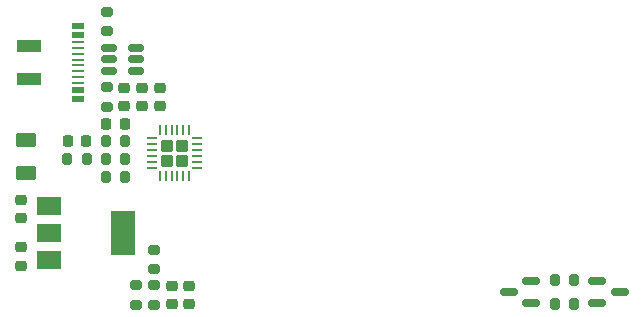
<source format=gbr>
%TF.GenerationSoftware,KiCad,Pcbnew,6.0.1-79c1e3a40b~116~ubuntu20.04.1*%
%TF.CreationDate,2022-02-14T03:59:37+01:00*%
%TF.ProjectId,USB-to-UART-Bridge,5553422d-746f-42d5-9541-52542d427269,rev?*%
%TF.SameCoordinates,Original*%
%TF.FileFunction,Paste,Top*%
%TF.FilePolarity,Positive*%
%FSLAX46Y46*%
G04 Gerber Fmt 4.6, Leading zero omitted, Abs format (unit mm)*
G04 Created by KiCad (PCBNEW 6.0.1-79c1e3a40b~116~ubuntu20.04.1) date 2022-02-14 03:59:37*
%MOMM*%
%LPD*%
G01*
G04 APERTURE LIST*
G04 Aperture macros list*
%AMRoundRect*
0 Rectangle with rounded corners*
0 $1 Rounding radius*
0 $2 $3 $4 $5 $6 $7 $8 $9 X,Y pos of 4 corners*
0 Add a 4 corners polygon primitive as box body*
4,1,4,$2,$3,$4,$5,$6,$7,$8,$9,$2,$3,0*
0 Add four circle primitives for the rounded corners*
1,1,$1+$1,$2,$3*
1,1,$1+$1,$4,$5*
1,1,$1+$1,$6,$7*
1,1,$1+$1,$8,$9*
0 Add four rect primitives between the rounded corners*
20,1,$1+$1,$2,$3,$4,$5,0*
20,1,$1+$1,$4,$5,$6,$7,0*
20,1,$1+$1,$6,$7,$8,$9,0*
20,1,$1+$1,$8,$9,$2,$3,0*%
G04 Aperture macros list end*
%ADD10RoundRect,0.150000X-0.587500X-0.150000X0.587500X-0.150000X0.587500X0.150000X-0.587500X0.150000X0*%
%ADD11R,2.000000X1.500000*%
%ADD12R,2.000000X3.800000*%
%ADD13RoundRect,0.200000X-0.275000X0.200000X-0.275000X-0.200000X0.275000X-0.200000X0.275000X0.200000X0*%
%ADD14RoundRect,0.218750X-0.256250X0.218750X-0.256250X-0.218750X0.256250X-0.218750X0.256250X0.218750X0*%
%ADD15RoundRect,0.200000X0.200000X0.275000X-0.200000X0.275000X-0.200000X-0.275000X0.200000X-0.275000X0*%
%ADD16RoundRect,0.225000X0.250000X-0.225000X0.250000X0.225000X-0.250000X0.225000X-0.250000X-0.225000X0*%
%ADD17RoundRect,0.200000X0.275000X-0.200000X0.275000X0.200000X-0.275000X0.200000X-0.275000X-0.200000X0*%
%ADD18RoundRect,0.200000X-0.200000X-0.275000X0.200000X-0.275000X0.200000X0.275000X-0.200000X0.275000X0*%
%ADD19RoundRect,0.150000X-0.512500X-0.150000X0.512500X-0.150000X0.512500X0.150000X-0.512500X0.150000X0*%
%ADD20RoundRect,0.225000X-0.250000X0.225000X-0.250000X-0.225000X0.250000X-0.225000X0.250000X0.225000X0*%
%ADD21RoundRect,0.250000X-0.275000X0.275000X-0.275000X-0.275000X0.275000X-0.275000X0.275000X0.275000X0*%
%ADD22RoundRect,0.062500X-0.062500X0.350000X-0.062500X-0.350000X0.062500X-0.350000X0.062500X0.350000X0*%
%ADD23RoundRect,0.062500X-0.350000X0.062500X-0.350000X-0.062500X0.350000X-0.062500X0.350000X0.062500X0*%
%ADD24RoundRect,0.225000X0.225000X0.250000X-0.225000X0.250000X-0.225000X-0.250000X0.225000X-0.250000X0*%
%ADD25RoundRect,0.218750X0.218750X0.256250X-0.218750X0.256250X-0.218750X-0.256250X0.218750X-0.256250X0*%
%ADD26R,1.000000X0.520000*%
%ADD27R,1.000000X0.270000*%
%ADD28R,2.000000X1.000000*%
%ADD29RoundRect,0.150000X0.587500X0.150000X-0.587500X0.150000X-0.587500X-0.150000X0.587500X-0.150000X0*%
%ADD30RoundRect,0.250000X-0.625000X0.375000X-0.625000X-0.375000X0.625000X-0.375000X0.625000X0.375000X0*%
G04 APERTURE END LIST*
D10*
%TO.C,Q1*%
X135562500Y-80300000D03*
X135562500Y-82200000D03*
X137437500Y-81250000D03*
%TD*%
D11*
%TO.C,U3*%
X89100000Y-73950000D03*
X89100000Y-76250000D03*
D12*
X95400000Y-76250000D03*
D11*
X89100000Y-78550000D03*
%TD*%
D13*
%TO.C,R1*%
X94000000Y-57525000D03*
X94000000Y-59175000D03*
%TD*%
D14*
%TO.C,D3*%
X99500000Y-80712500D03*
X99500000Y-82287500D03*
%TD*%
D15*
%TO.C,R11*%
X133575000Y-82250000D03*
X131925000Y-82250000D03*
%TD*%
%TO.C,R3*%
X92325000Y-70000000D03*
X90675000Y-70000000D03*
%TD*%
D16*
%TO.C,C1*%
X95500000Y-65525000D03*
X95500000Y-63975000D03*
%TD*%
D17*
%TO.C,R2*%
X94000000Y-65575000D03*
X94000000Y-63925000D03*
%TD*%
D16*
%TO.C,C4*%
X98500000Y-65525000D03*
X98500000Y-63975000D03*
%TD*%
D18*
%TO.C,R4*%
X93925000Y-70000000D03*
X95575000Y-70000000D03*
%TD*%
D19*
%TO.C,U1*%
X94175000Y-60600000D03*
X94175000Y-61550000D03*
X94175000Y-62500000D03*
X96450000Y-62500000D03*
X96450000Y-61550000D03*
X96450000Y-60600000D03*
%TD*%
D18*
%TO.C,R6*%
X93925000Y-71500000D03*
X95575000Y-71500000D03*
%TD*%
D14*
%TO.C,D2*%
X101000000Y-80712500D03*
X101000000Y-82287500D03*
%TD*%
D20*
%TO.C,C5*%
X86750000Y-73475000D03*
X86750000Y-75025000D03*
%TD*%
D21*
%TO.C,U2*%
X99100000Y-68850000D03*
X99100000Y-70150000D03*
X100400000Y-68850000D03*
X100400000Y-70150000D03*
D22*
X101000000Y-67562500D03*
X100500000Y-67562500D03*
X100000000Y-67562500D03*
X99500000Y-67562500D03*
X99000000Y-67562500D03*
X98500000Y-67562500D03*
D23*
X97812500Y-68250000D03*
X97812500Y-68750000D03*
X97812500Y-69250000D03*
X97812500Y-69750000D03*
X97812500Y-70250000D03*
X97812500Y-70750000D03*
D22*
X98500000Y-71437500D03*
X99000000Y-71437500D03*
X99500000Y-71437500D03*
X100000000Y-71437500D03*
X100500000Y-71437500D03*
X101000000Y-71437500D03*
D23*
X101687500Y-70750000D03*
X101687500Y-70250000D03*
X101687500Y-69750000D03*
X101687500Y-69250000D03*
X101687500Y-68750000D03*
X101687500Y-68250000D03*
%TD*%
D24*
%TO.C,C2*%
X95525000Y-67000000D03*
X93975000Y-67000000D03*
%TD*%
D13*
%TO.C,R9*%
X98000000Y-80675000D03*
X98000000Y-82325000D03*
%TD*%
D16*
%TO.C,C3*%
X97000000Y-65525000D03*
X97000000Y-63975000D03*
%TD*%
D18*
%TO.C,R10*%
X131925000Y-80250000D03*
X133575000Y-80250000D03*
%TD*%
D25*
%TO.C,D1*%
X92287500Y-68500000D03*
X90712500Y-68500000D03*
%TD*%
D26*
%TO.C,J1*%
X91600000Y-58717011D03*
X91600000Y-59467011D03*
D27*
X91600000Y-60067011D03*
X91600000Y-61567011D03*
X91600000Y-62567011D03*
X91600000Y-63567011D03*
D26*
X91600000Y-64167011D03*
X91600000Y-64917011D03*
D27*
X91600000Y-63067011D03*
X91600000Y-62067011D03*
X91600000Y-61067011D03*
X91600000Y-60567011D03*
D28*
X87400000Y-63217011D03*
X87400000Y-60417011D03*
%TD*%
D29*
%TO.C,Q2*%
X129937500Y-82200000D03*
X129937500Y-80300000D03*
X128062500Y-81250000D03*
%TD*%
D13*
%TO.C,R7*%
X98000000Y-77675000D03*
X98000000Y-79325000D03*
%TD*%
D30*
%TO.C,F1*%
X87150000Y-68400000D03*
X87150000Y-71200000D03*
%TD*%
D15*
%TO.C,R5*%
X95575000Y-68500000D03*
X93925000Y-68500000D03*
%TD*%
D16*
%TO.C,C6*%
X86750000Y-79025000D03*
X86750000Y-77475000D03*
%TD*%
D13*
%TO.C,R8*%
X96500000Y-80675000D03*
X96500000Y-82325000D03*
%TD*%
M02*

</source>
